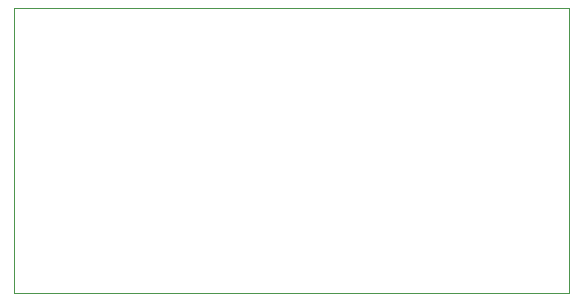
<source format=gbr>
%TF.GenerationSoftware,KiCad,Pcbnew,(5.1.10)-1*%
%TF.CreationDate,2021-10-22T00:50:49+01:00*%
%TF.ProjectId,RCA BOOARD,52434120-424f-44f4-9152-442e6b696361,rev?*%
%TF.SameCoordinates,Original*%
%TF.FileFunction,Profile,NP*%
%FSLAX46Y46*%
G04 Gerber Fmt 4.6, Leading zero omitted, Abs format (unit mm)*
G04 Created by KiCad (PCBNEW (5.1.10)-1) date 2021-10-22 00:50:49*
%MOMM*%
%LPD*%
G01*
G04 APERTURE LIST*
%TA.AperFunction,Profile*%
%ADD10C,0.050000*%
%TD*%
G04 APERTURE END LIST*
D10*
X118110000Y-116840000D02*
X118110000Y-92710000D01*
X165100000Y-116840000D02*
X118110000Y-116840000D01*
X165100000Y-92710000D02*
X165100000Y-116840000D01*
X118110000Y-92710000D02*
X165100000Y-92710000D01*
M02*

</source>
